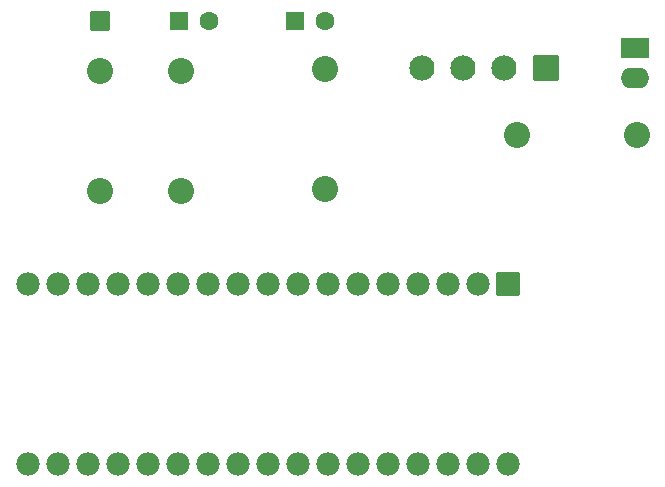
<source format=gbs>
G04 Layer: BottomSolderMaskLayer*
G04 EasyEDA v6.5.23, 2023-04-28 09:12:44*
G04 028e3914a6f949ed9ca799ef75e4ed4f,10*
G04 Gerber Generator version 0.2*
G04 Scale: 100 percent, Rotated: No, Reflected: No *
G04 Dimensions in millimeters *
G04 leading zeros omitted , absolute positions ,4 integer and 5 decimal *
%FSLAX45Y45*%
%MOMM*%

%AMMACRO1*1,1,$1,$2,$3*1,1,$1,$4,$5*1,1,$1,0-$2,0-$3*1,1,$1,0-$4,0-$5*20,1,$1,$2,$3,$4,$5,0*20,1,$1,$4,$5,0-$2,0-$3,0*20,1,$1,0-$2,0-$3,0-$4,0-$5,0*20,1,$1,0-$4,0-$5,$2,$3,0*4,1,4,$2,$3,$4,$5,0-$2,0-$3,0-$4,0-$5,$2,$3,0*%
%ADD10MACRO1,0.1016X0.7874X0.7874X0.7874X-0.7874*%
%ADD11MACRO1,0.1016X1.016X-1.016X-1.016X-1.016*%
%ADD12C,2.1336*%
%ADD13C,1.6002*%
%ADD14MACRO1,0.1016X-0.7493X0.7493X0.7493X0.7493*%
%ADD15C,2.2032*%
%ADD16MACRO1,0.1016X0.9398X0.9398X0.9398X-0.9398*%
%ADD17C,1.9812*%
%ADD18MACRO1,0.1016X-1.15X-0.825X-1.15X0.825*%
%ADD19O,2.4015954X1.7516094000000002*%

%LPD*%
D10*
G01*
X1714500Y7962900D03*
D11*
G01*
X5490209Y7569200D03*
D12*
G01*
X5139690Y7569200D03*
G01*
X4789170Y7569200D03*
G01*
X4441190Y7569200D03*
D13*
G01*
X2641600Y7962900D03*
D14*
G01*
X2387600Y7962900D03*
D13*
G01*
X3619500Y7962900D03*
D14*
G01*
X3365500Y7962900D03*
D15*
G01*
X6261100Y6997700D03*
G01*
X5245100Y6997700D03*
G01*
X3619500Y7556500D03*
G01*
X3619500Y6540500D03*
G01*
X2400300Y7543800D03*
G01*
X2400300Y6527800D03*
G01*
X1714500Y7543800D03*
G01*
X1714500Y6527800D03*
D16*
G01*
X5167411Y5740392D03*
D17*
G01*
X4913401Y5740400D03*
G01*
X4659401Y5740400D03*
G01*
X4405401Y5740400D03*
G01*
X4151401Y5740400D03*
G01*
X3897401Y5740400D03*
G01*
X3643401Y5740400D03*
G01*
X3389401Y5740400D03*
G01*
X3135401Y5740400D03*
G01*
X2881401Y5740400D03*
G01*
X2627426Y5740400D03*
G01*
X2373426Y5740400D03*
G01*
X1611426Y5740400D03*
G01*
X1357426Y5740400D03*
G01*
X1103426Y5740400D03*
G01*
X1103426Y4216400D03*
G01*
X1360398Y4216400D03*
G01*
X1614398Y4216400D03*
G01*
X1868398Y4216400D03*
G01*
X2122398Y4216400D03*
G01*
X2376398Y4216400D03*
G01*
X2630398Y4216400D03*
G01*
X2884398Y4216400D03*
G01*
X3138373Y4216400D03*
G01*
X2119426Y5740400D03*
G01*
X1865426Y5740400D03*
G01*
X3392373Y4216400D03*
G01*
X3646373Y4216400D03*
G01*
X3900373Y4216400D03*
G01*
X4154373Y4216400D03*
G01*
X4408373Y4216400D03*
G01*
X4662373Y4216400D03*
G01*
X4916373Y4216400D03*
G01*
X5170373Y4216400D03*
D18*
G01*
X6248400Y7734300D03*
D19*
G01*
X6248400Y7480300D03*
M02*

</source>
